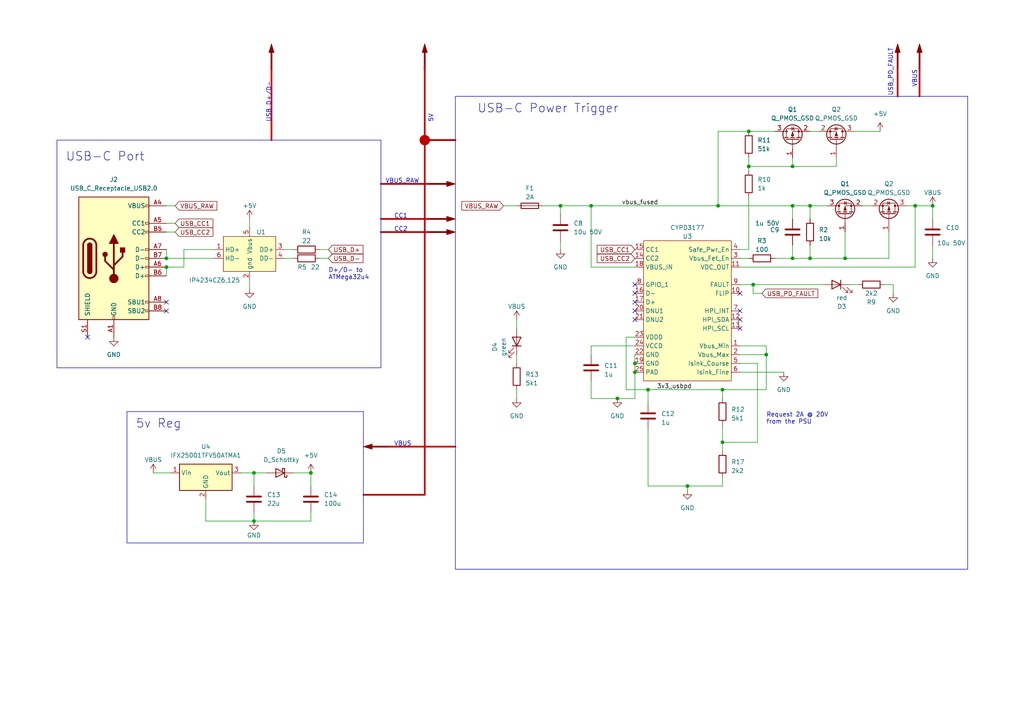
<source format=kicad_sch>
(kicad_sch (version 20230121) (generator eeschema)
  (paper "A4")
  (title_block (title "ExploSnake") (date "2023-11-15") (rev "r1.0") (company "Team 2"))
  (lib_symbols
    (symbol "Connector:USB_C_Receptacle_USB2.0" (pin_names (offset 1.016))
      (property "Reference" "J" (at -10.16 19.05 0))
      (property "Value" "USB_C_Receptacle_USB2.0" (at 19.05 19.05 0))
      (symbol "USB_C_Receptacle_USB2.0_0_0"
        (rectangle (start -0.254 -17.78) (end 0.254 -16.764))
        (rectangle (start 10.16 -14.986) (end 9.144 -15.494))
        (rectangle (start 10.16 -12.446) (end 9.144 -12.954))
        (rectangle (start 10.16 -4.826) (end 9.144 -5.334))
        (rectangle (start 10.16 -2.286) (end 9.144 -2.794))
        (rectangle (start 10.16 0.254) (end 9.144 -0.254))
        (rectangle (start 10.16 2.794) (end 9.144 2.286))
        (rectangle (start 10.16 7.874) (end 9.144 7.366))
        (rectangle (start 10.16 10.414) (end 9.144 9.906))
        (rectangle (start 10.16 15.494) (end 9.144 14.986))
      )
      (symbol "USB_C_Receptacle_USB2.0_0_1"
        (rectangle (start -10.16 17.78) (end 10.16 -17.78) (stroke (width 0.254)) (fill (type background)))
        (arc (start -8.89 -3.81) (mid -6.985 -5.7067) (end -5.08 -3.81) (stroke (width 0.508)))
        (arc (start -7.62 -3.81) (mid -6.985 -4.4423) (end -6.35 -3.81) (stroke (width 0.254)))
        (arc (start -7.62 -3.81) (mid -6.985 -4.4423) (end -6.35 -3.81) (stroke (width 0.254)) (fill (type outline)))
        (rectangle (start -7.62 -3.81) (end -6.35 3.81) (stroke (width 0.254)) (fill (type outline)))
        (arc (start -6.35 3.81) (mid -6.985 4.4423) (end -7.62 3.81) (stroke (width 0.254)))
        (arc (start -6.35 3.81) (mid -6.985 4.4423) (end -7.62 3.81) (stroke (width 0.254)) (fill (type outline)))
        (arc (start -5.08 3.81) (mid -6.985 5.7067) (end -8.89 3.81) (stroke (width 0.508)))
        (circle (center -2.54 1.143) (radius 0.635) (stroke (width 0.254)) (fill (type outline)))
        (circle (center 0 -5.842) (radius 1.27) (fill (type outline)))
        (polyline (pts (xy -8.89 -3.81) (xy -8.89 3.81)) (stroke (width 0.508)))
        (polyline (pts (xy -5.08 3.81) (xy -5.08 -3.81)) (stroke (width 0.508)))
        (polyline (pts (xy 0 -5.842) (xy 0 4.318)) (stroke (width 0.508)))
        (polyline (pts (xy 0 -3.302) (xy -2.54 -0.762) (xy -2.54 0.508)) (stroke (width 0.508)))
        (polyline (pts (xy 0 -2.032) (xy 2.54 0.508) (xy 2.54 1.778)) (stroke (width 0.508)))
        (polyline (pts (xy -1.27 4.318) (xy 0 6.858) (xy 1.27 4.318) (xy -1.27 4.318)) (stroke (width 0.254)) (fill (type outline)))
        (rectangle (start 1.905 1.778) (end 3.175 3.048) (stroke (width 0.254)) (fill (type outline)))
      )
      (symbol "USB_C_Receptacle_USB2.0_1_1"
        (pin passive line (at 0 -22.86 90) (length 5.08) (name "GND") (number "A1"))
        (pin passive line (at 0 -22.86 90) (length 5.08) hide (name "GND") (number "A12"))
        (pin passive line (at 15.24 15.24 180) (length 5.08) (name "VBUS") (number "A4"))
        (pin bidirectional line (at 15.24 10.16 180) (length 5.08) (name "CC1") (number "A5"))
        (pin bidirectional line (at 15.24 -2.54 180) (length 5.08) (name "D+") (number "A6"))
        (pin bidirectional line (at 15.24 2.54 180) (length 5.08) (name "D-") (number "A7"))
        (pin bidirectional line (at 15.24 -12.7 180) (length 5.08) (name "SBU1") (number "A8"))
        (pin passive line (at 15.24 15.24 180) (length 5.08) hide (name "VBUS") (number "A9"))
        (pin passive line (at 0 -22.86 90) (length 5.08) hide (name "GND") (number "B1"))
        (pin passive line (at 0 -22.86 90) (length 5.08) hide (name "GND") (number "B12"))
        (pin passive line (at 15.24 15.24 180) (length 5.08) hide (name "VBUS") (number "B4"))
        (pin bidirectional line (at 15.24 7.62 180) (length 5.08) (name "CC2") (number "B5"))
        (pin bidirectional line (at 15.24 -5.08 180) (length 5.08) (name "D+") (number "B6"))
        (pin bidirectional line (at 15.24 0 180) (length 5.08) (name "D-") (number "B7"))
        (pin bidirectional line (at 15.24 -15.24 180) (length 5.08) (name "SBU2") (number "B8"))
        (pin passive line (at 15.24 15.24 180) (length 5.08) hide (name "VBUS") (number "B9"))
        (pin passive line (at -7.62 -22.86 90) (length 5.08) (name "SHIELD") (number "S1"))
      )
    )
    (symbol "Device:C" (pin_numbers hide) (pin_names (offset 0.254))
      (property "Reference" "C" (at 0.635 2.54 0))
      (property "Value" "C" (at 0.635 -2.54 0))
      (symbol "C_0_1"
        (polyline (pts (xy -2.032 -0.762) (xy 2.032 -0.762)) (stroke (width 0.508)))
        (polyline (pts (xy -2.032 0.762) (xy 2.032 0.762)) (stroke (width 0.508)))
      )
      (symbol "C_1_1"
        (pin passive line (at 0 3.81 270) (length 2.794) (name "~") (number "1"))
        (pin passive line (at 0 -3.81 90) (length 2.794) (name "~") (number "2"))
      )
    )
    (symbol "Device:D_Schottky" (pin_numbers hide) (pin_names (offset 1.016) hide)
      (property "Reference" "D" (at 0 2.54 0))
      (property "Value" "D_Schottky" (at 0 -2.54 0))
      (symbol "D_Schottky_0_1"
        (polyline (pts (xy 1.27 0) (xy -1.27 0)))
        (polyline (pts (xy 1.27 1.27) (xy 1.27 -1.27) (xy -1.27 0) (xy 1.27 1.27)) (stroke (width 0.254)))
        (polyline (pts (xy -1.905 0.635) (xy -1.905 1.27) (xy -1.27 1.27) (xy -1.27 -1.27) (xy -0.635 -1.27) (xy -0.635 -0.635)) (stroke (width 0.254)))
      )
      (symbol "D_Schottky_1_1"
        (pin passive line (at -3.81 0 0) (length 2.54) (name "K") (number "1"))
        (pin passive line (at 3.81 0 180) (length 2.54) (name "A") (number "2"))
      )
    )
    (symbol "Device:Fuse" (pin_numbers hide) (pin_names (offset 0))
      (property "Reference" "F" (at 2.032 0 90))
      (property "Value" "Fuse" (at -1.905 0 90))
      (symbol "Fuse_0_1"
        (rectangle (start -0.762 -2.54) (end 0.762 2.54) (stroke (width 0.254)))
        (polyline (pts (xy 0 2.54) (xy 0 -2.54)))
      )
      (symbol "Fuse_1_1"
        (pin passive line (at 0 3.81 270) (length 1.27) (name "~") (number "1"))
        (pin passive line (at 0 -3.81 90) (length 1.27) (name "~") (number "2"))
      )
    )
    (symbol "Device:LED" (pin_numbers hide) (pin_names (offset 1.016) hide)
      (property "Reference" "D" (at 0 2.54 0))
      (property "Value" "LED" (at 0 -2.54 0))
      (symbol "LED_0_1"
        (polyline (pts (xy -1.27 -1.27) (xy -1.27 1.27)) (stroke (width 0.254)))
        (polyline (pts (xy -1.27 0) (xy 1.27 0)))
        (polyline (pts (xy 1.27 -1.27) (xy 1.27 1.27) (xy -1.27 0) (xy 1.27 -1.27)) (stroke (width 0.254)))
        (polyline (pts (xy -3.048 -0.762) (xy -4.572 -2.286) (xy -3.81 -2.286) (xy -4.572 -2.286) (xy -4.572 -1.524)))
        (polyline (pts (xy -1.778 -0.762) (xy -3.302 -2.286) (xy -2.54 -2.286) (xy -3.302 -2.286) (xy -3.302 -1.524)))
      )
      (symbol "LED_1_1"
        (pin passive line (at -3.81 0 0) (length 2.54) (name "K") (number "1"))
        (pin passive line (at 3.81 0 180) (length 2.54) (name "A") (number "2"))
      )
    )
    (symbol "Device:Q_PMOS_GSD" (pin_names (offset 0) hide)
      (property "Reference" "Q" (at 5.08 1.27 0))
      (property "Value" "Q_PMOS_GSD" (at 5.08 -1.27 0))
      (symbol "Q_PMOS_GSD_0_1"
        (polyline (pts (xy 0.254 0) (xy -2.54 0)))
        (polyline (pts (xy 0.254 1.905) (xy 0.254 -1.905)) (stroke (width 0.254)))
        (polyline (pts (xy 0.762 -1.27) (xy 0.762 -2.286)) (stroke (width 0.254)))
        (polyline (pts (xy 0.762 0.508) (xy 0.762 -0.508)) (stroke (width 0.254)))
        (polyline (pts (xy 0.762 2.286) (xy 0.762 1.27)) (stroke (width 0.254)))
        (polyline (pts (xy 2.54 2.54) (xy 2.54 1.778)))
        (polyline (pts (xy 2.54 -2.54) (xy 2.54 0) (xy 0.762 0)))
        (polyline (pts (xy 0.762 1.778) (xy 3.302 1.778) (xy 3.302 -1.778) (xy 0.762 -1.778)))
        (polyline (pts (xy 2.286 0) (xy 1.27 0.381) (xy 1.27 -0.381) (xy 2.286 0)) (fill (type outline)))
        (polyline (pts (xy 2.794 -0.508) (xy 2.921 -0.381) (xy 3.683 -0.381) (xy 3.81 -0.254)))
        (polyline (pts (xy 3.302 -0.381) (xy 2.921 0.254) (xy 3.683 0.254) (xy 3.302 -0.381)))
        (circle (center 1.651 0) (radius 2.794) (stroke (width 0.254)))
        (circle (center 2.54 -1.778) (radius 0.254) (fill (type outline)))
        (circle (center 2.54 1.778) (radius 0.254) (fill (type outline)))
      )
      (symbol "Q_PMOS_GSD_1_1"
        (pin input line (at -5.08 0 0) (length 2.54) (name "G") (number "1"))
        (pin passive line (at 2.54 -5.08 90) (length 2.54) (name "S") (number "2"))
        (pin passive line (at 2.54 5.08 270) (length 2.54) (name "D") (number "3"))
      )
    )
    (symbol "Device:R" (pin_numbers hide) (pin_names (offset 0))
      (property "Reference" "R" (at 2.032 0 90))
      (property "Value" "R" (at 0 0 90))
      (symbol "R_0_1"
        (rectangle (start -1.016 -2.54) (end 1.016 2.54) (stroke (width 0.254)))
      )
      (symbol "R_1_1"
        (pin passive line (at 0 3.81 270) (length 1.27) (name "~") (number "1"))
        (pin passive line (at 0 -3.81 90) (length 1.27) (name "~") (number "2"))
      )
    )
    (symbol "Graphic:SYM_Arrow_Large" (in_bom no) (on_board no)
      (symbol "SYM_Arrow_Large_0_1"
        (polyline (pts (xy 2.54 0) (xy -3.81 0)) (stroke (width 0.508)))
        (polyline (pts (xy 3.81 0) (xy 1.27 -0.762) (xy 1.27 0.762) (xy 3.81 0)) (fill (type outline)))
      )
    )
    (symbol "Regulator_Switching:TSR_1-2450"
      (property "Reference" "U" (at -7.62 6.35 0))
      (property "Value" "TSR_1-2450" (at -1.27 6.35 0))
      (symbol "TSR_1-2450_0_1"
        (rectangle (start -7.62 5.08) (end 7.62 -2.54) (stroke (width 0.254)) (fill (type background)))
      )
      (symbol "TSR_1-2450_1_1"
        (pin power_in line (at -10.16 2.54 0) (length 2.54) (name "Vin") (number "1"))
        (pin power_in line (at 0 -5.08 90) (length 2.54) (name "GND") (number "2"))
        (pin power_out line (at 10.16 2.54 180) (length 2.54) (name "Vout") (number "3"))
      )
    )
    (symbol "power:+5V" (power) (pin_names (offset 0))
      (property "Value" "+5V" (at 0 3.556 0))
      (symbol "+5V_0_1"
        (polyline (pts (xy -0.762 1.27) (xy 0 2.54)))
        (polyline (pts (xy 0 0) (xy 0 2.54)))
        (polyline (pts (xy 0 2.54) (xy 0.762 1.27)))
      )
      (symbol "+5V_1_1"
        (pin power_in line (at 0 0 90) (length 0) hide (name "+5V") (number "1"))
      )
    )
    (symbol "power:GND" (power) (pin_names (offset 0))
      (property "Value" "GND" (at 0 -3.81 0))
      (symbol "GND_0_1"
        (polyline (pts (xy 0 0) (xy 0 -1.27) (xy 1.27 -1.27) (xy 0 -2.54) (xy -1.27 -1.27) (xy 0 -1.27)))
      )
      (symbol "GND_1_1"
        (pin power_in line (at 0 0 270) (length 0) hide (name "GND") (number "1"))
      )
    )
    (symbol "power:VBUS" (power) (pin_names (offset 0))
      (property "Value" "VBUS" (at 0 3.81 0))
      (symbol "VBUS_0_1"
        (polyline (pts (xy -0.762 1.27) (xy 0 2.54)))
        (polyline (pts (xy 0 0) (xy 0 2.54)))
        (polyline (pts (xy 0 2.54) (xy 0.762 1.27)))
      )
      (symbol "VBUS_1_1"
        (pin power_in line (at 0 0 90) (length 0) hide (name "VBUS") (number "1"))
      )
    )
    (symbol "ruler:ip4234cz6"
      (property "Reference" "U" (at -6.35 6.35 0))
      (symbol "ip4234cz6_1_1"
        (rectangle (start -7.62 5.08) (end 7.62 -5.08) (fill (type background)))
        (pin input line (at -10.16 1.27 0) (length 2.54) (name "HD+") (number "1"))
        (pin input line (at 0 -7.62 90) (length 2.54) (name "gnd") (number "2"))
        (pin input line (at 10.16 1.27 180) (length 2.54) (name "DD+") (number "3"))
        (pin input line (at 10.16 -1.27 180) (length 2.54) (name "DD-") (number "4"))
        (pin input line (at 0 7.62 270) (length 2.54) (name "Vbus") (number "5"))
        (pin input line (at -10.16 -1.27 0) (length 2.54) (name "HD-") (number "6"))
      )
    )
    (symbol "usb-breadboard:CYPD3177"
      (property "Reference" "U" (at 0 20.32 0))
      (symbol "CYPD3177_1_1"
        (rectangle (start -12.7 19.05) (end 12.7 -21.59) (fill (type background)))
        (pin input line (at 15.24 -11.43 180) (length 2.54) (name "Vbus_Min") (number "1"))
        (pin input line (at 15.24 3.81 180) (length 2.54) (name "FLIP") (number "10"))
        (pin input line (at 15.24 11.43 180) (length 2.54) (name "VDC_OUT") (number "11"))
        (pin input line (at 15.24 -3.81 180) (length 2.54) (name "HPI_SDA") (number "12"))
        (pin input line (at 15.24 -6.35 180) (length 2.54) (name "HPI_SCL") (number "13"))
        (pin input line (at -15.24 13.97 0) (length 2.54) (name "CC2") (number "14"))
        (pin input line (at -15.24 16.51 0) (length 2.54) (name "CC1") (number "15"))
        (pin input line (at -15.24 3.81 0) (length 2.54) (name "D-") (number "16"))
        (pin input line (at -15.24 1.27 0) (length 2.54) (name "D+") (number "17"))
        (pin input line (at -15.24 11.43 0) (length 2.54) (name "VBUS_IN") (number "18"))
        (pin input line (at -15.24 -16.51 0) (length 2.54) (name "GND") (number "19"))
        (pin input line (at 15.24 -13.97 180) (length 2.54) (name "Vbus_Max") (number "2"))
        (pin input line (at -15.24 -1.27 0) (length 2.54) (name "DNU1") (number "20"))
        (pin input line (at -15.24 -3.81 0) (length 2.54) (name "DNU2") (number "21"))
        (pin input line (at -15.24 -13.97 0) (length 2.54) (name "GND") (number "22"))
        (pin input line (at -15.24 -8.89 0) (length 2.54) (name "VDDD") (number "23"))
        (pin input line (at -15.24 -11.43 0) (length 2.54) (name "VCCD") (number "24"))
        (pin input line (at -15.24 -19.05 0) (length 2.54) (name "PAD") (number "25"))
        (pin input line (at 15.24 13.97 180) (length 2.54) (name "Vbus_Fet_En") (number "3"))
        (pin input line (at 15.24 16.51 180) (length 2.54) (name "Safe_Pwr_En") (number "4"))
        (pin input line (at 15.24 -16.51 180) (length 2.54) (name "Isink_Course") (number "5"))
        (pin input line (at 15.24 -19.05 180) (length 2.54) (name "Isink_Fine") (number "6"))
        (pin input line (at 15.24 -1.27 180) (length 2.54) (name "HPI_INT") (number "7"))
        (pin input line (at -15.24 6.35 0) (length 2.54) (name "GPIO_1") (number "8"))
        (pin input line (at 15.24 6.35 180) (length 2.54) (name "FAULT") (number "9"))
      )
    )
  )
  (junction (at 222.25 102.87))
  (junction (at 90.17 137.16))
  (junction (at 217.17 38.1))
  (junction (at 229.87 74.93))
  (junction (at 265.43 59.69))
  (junction (at 73.66 151.13))
  (junction (at 171.45 59.69))
  (junction (at 184.15 105.41))
  (junction (at 48.26 74.93))
  (junction (at 48.26 77.47))
  (junction (at 217.17 48.26))
  (junction (at 229.87 48.26))
  (junction (at 218.44 82.55))
  (junction (at 162.56 59.69))
  (junction (at 229.87 59.69))
  (junction (at 209.55 113.03))
  (junction (at 73.66 137.16))
  (junction (at 199.39 140.97))
  (junction (at 270.51 59.69))
  (junction (at 208.28 59.69))
  (junction (at 234.95 74.93))
  (junction (at 234.95 59.69))
  (junction (at 209.55 128.27))
  (junction (at 187.96 113.03))
  (junction (at 245.11 74.93))
  (junction (at 184.15 107.95))
  (junction (at 179.07 115.57))
  (no_connect (at 25.4 97.79))
  (no_connect (at 48.26 87.63))
  (no_connect (at 184.15 85.09))
  (no_connect (at 184.15 92.71))
  (no_connect (at 214.63 92.71))
  (no_connect (at 184.15 87.63))
  (no_connect (at 214.63 90.17))
  (no_connect (at 214.63 95.25))
  (no_connect (at 184.15 82.55))
  (no_connect (at 184.15 90.17))
  (no_connect (at 48.26 90.17))
  (no_connect (at 214.63 85.09))
  (wire (pts (xy 214.63 77.47) (xy 265.43 77.47)))
  (wire (pts (xy 162.56 59.69) (xy 162.56 62.23)))
  (wire (pts (xy 49.53 137.16) (xy 44.45 137.16)))
  (wire (pts (xy 208.28 38.1) (xy 208.28 59.69)))
  (wire (pts (xy 187.96 113.03) (xy 187.96 116.84)))
  (wire (pts (xy 53.34 72.39) (xy 53.34 77.47)))
  (wire (pts (xy 256.54 82.55) (xy 259.08 82.55)))
  (wire (pts (xy 179.07 115.57) (xy 171.45 115.57)))
  (wire (pts (xy 92.71 74.93) (xy 95.25 74.93)))
  (wire (pts (xy 181.61 113.03) (xy 181.61 97.79)))
  (wire (pts (xy 82.55 72.39) (xy 85.09 72.39)))
  (wire (pts (xy 171.45 110.49) (xy 171.45 115.57)))
  (wire (pts (xy 217.17 48.26) (xy 229.87 48.26)))
  (wire (pts (xy 265.43 59.69) (xy 262.89 59.69)))
  (wire (pts (xy 217.17 38.1) (xy 208.28 38.1)))
  (wire (pts (xy 229.87 59.69) (xy 234.95 59.69)))
  (wire (pts (xy 245.11 67.31) (xy 245.11 74.93)))
  (wire (pts (xy 229.87 48.26) (xy 242.57 48.26)))
  (wire (pts (xy 229.87 74.93) (xy 234.95 74.93)))
  (wire (pts (xy 162.56 59.69) (xy 171.45 59.69)))
  (wire (pts (xy 247.65 38.1) (xy 255.27 38.1)))
  (wire (pts (xy 214.63 82.55) (xy 218.44 82.55)))
  (wire (pts (xy 73.66 137.16) (xy 73.66 140.97)))
  (wire (pts (xy 48.26 80.01) (xy 48.26 77.47)))
  (wire (pts (xy 171.45 100.33) (xy 171.45 102.87)))
  (wire (pts (xy 171.45 77.47) (xy 171.45 59.69)))
  (wire (pts (xy 157.48 59.69) (xy 162.56 59.69)))
  (wire (pts (xy 224.79 38.1) (xy 217.17 38.1)))
  (wire (pts (xy 257.81 67.31) (xy 257.81 74.93)))
  (wire (pts (xy 48.26 74.93) (xy 62.23 74.93)))
  (wire (pts (xy 90.17 140.97) (xy 90.17 137.16)))
  (wire (pts (xy 73.66 151.13) (xy 90.17 151.13)))
  (wire (pts (xy 229.87 59.69) (xy 229.87 63.5)))
  (wire (pts (xy 209.55 140.97) (xy 209.55 138.43)))
  (wire (pts (xy 209.55 123.19) (xy 209.55 128.27)))
  (wire (pts (xy 199.39 140.97) (xy 209.55 140.97)))
  (wire (pts (xy 69.85 137.16) (xy 73.66 137.16)))
  (wire (pts (xy 48.26 59.69) (xy 50.8 59.69)))
  (polyline (pts (xy 132.08 129.54) (xy 113.03 129.54)) (stroke (width 0.5) (type solid) (color 192 0 0 1)))
  (polyline (pts (xy 110.49 67.31) (xy 124.46 67.31)) (stroke (width 0.5) (type solid) (color 192 0 0 1)))
  (wire (pts (xy 184.15 77.47) (xy 171.45 77.47)))
  (wire (pts (xy 92.71 72.39) (xy 95.25 72.39)))
  (wire (pts (xy 209.55 130.81) (xy 209.55 128.27)))
  (wire (pts (xy 242.57 48.26) (xy 242.57 45.72)))
  (wire (pts (xy 246.38 82.55) (xy 248.92 82.55)))
  (wire (pts (xy 217.17 72.39) (xy 217.17 57.15)))
  (wire (pts (xy 219.71 105.41) (xy 214.63 105.41)))
  (wire (pts (xy 218.44 82.55) (xy 218.44 85.09)))
  (wire (pts (xy 73.66 137.16) (xy 77.47 137.16)))
  (wire (pts (xy 179.07 115.57) (xy 184.15 115.57)))
  (wire (pts (xy 265.43 59.69) (xy 270.51 59.69)))
  (wire (pts (xy 219.71 128.27) (xy 219.71 105.41)))
  (wire (pts (xy 184.15 105.41) (xy 184.15 107.95)))
  (wire (pts (xy 149.86 113.03) (xy 149.86 115.57)))
  (wire (pts (xy 48.26 67.31) (xy 50.8 67.31)))
  (polyline (pts (xy 260.35 27.94) (xy 260.35 20.32)) (stroke (width 0.5) (type solid) (color 192 0 0 1)))
  (wire (pts (xy 171.45 59.69) (xy 208.28 59.69)))
  (polyline (pts (xy 266.7 27.94) (xy 266.7 20.32)) (stroke (width 0.5) (type solid) (color 192 0 0 1)))
  (wire (pts (xy 234.95 74.93) (xy 245.11 74.93)))
  (wire (pts (xy 209.55 113.03) (xy 222.25 113.03)))
  (wire (pts (xy 222.25 102.87) (xy 222.25 113.03)))
  (polyline (pts (xy 110.49 63.5) (xy 124.46 63.5)) (stroke (width 0.5) (type solid) (color 192 0 0 1)))
  (wire (pts (xy 234.95 71.12) (xy 234.95 74.93)))
  (wire (pts (xy 184.15 102.87) (xy 184.15 105.41)))
  (wire (pts (xy 217.17 49.53) (xy 217.17 48.26)))
  (wire (pts (xy 229.87 71.12) (xy 229.87 74.93)))
  (wire (pts (xy 162.56 69.85) (xy 162.56 72.39)))
  (wire (pts (xy 199.39 140.97) (xy 199.39 142.24)))
  (wire (pts (xy 90.17 137.16) (xy 85.09 137.16)))
  (wire (pts (xy 187.96 140.97) (xy 199.39 140.97)))
  (polyline (pts (xy 123.19 40.64) (xy 132.08 40.64)) (stroke (width 0.5) (type solid) (color 192 0 0 1)))
  (wire (pts (xy 62.23 72.39) (xy 53.34 72.39)))
  (wire (pts (xy 187.96 113.03) (xy 181.61 113.03)))
  (wire (pts (xy 270.51 59.69) (xy 270.51 63.5)))
  (wire (pts (xy 48.26 64.77) (xy 50.8 64.77)))
  (wire (pts (xy 73.66 148.59) (xy 73.66 151.13)))
  (wire (pts (xy 252.73 59.69) (xy 250.19 59.69)))
  (wire (pts (xy 218.44 82.55) (xy 238.76 82.55)))
  (wire (pts (xy 187.96 113.03) (xy 209.55 113.03)))
  (polyline (pts (xy 78.74 40.64) (xy 78.74 20.32)) (stroke (width 0.5) (type solid) (color 192 0 0 1)))
  (wire (pts (xy 270.51 71.12) (xy 270.51 74.93)))
  (wire (pts (xy 229.87 48.26) (xy 229.87 45.72)))
  (wire (pts (xy 227.33 107.95) (xy 214.63 107.95)))
  (wire (pts (xy 72.39 81.28) (xy 72.39 83.82)))
  (wire (pts (xy 184.15 100.33) (xy 171.45 100.33)))
  (wire (pts (xy 234.95 59.69) (xy 234.95 63.5)))
  (wire (pts (xy 259.08 82.55) (xy 259.08 85.09)))
  (polyline (pts (xy 110.49 53.34) (xy 124.46 53.34)) (stroke (width 0.5) (type solid) (color 192 0 0 1)))
  (wire (pts (xy 90.17 151.13) (xy 90.17 148.59)))
  (wire (pts (xy 245.11 74.93) (xy 257.81 74.93)))
  (wire (pts (xy 209.55 128.27) (xy 219.71 128.27)))
  (wire (pts (xy 234.95 59.69) (xy 240.03 59.69)))
  (wire (pts (xy 181.61 97.79) (xy 184.15 97.79)))
  (wire (pts (xy 214.63 100.33) (xy 222.25 100.33)))
  (wire (pts (xy 146.05 59.69) (xy 149.86 59.69)))
  (wire (pts (xy 72.39 63.5) (xy 72.39 66.04)))
  (wire (pts (xy 187.96 124.46) (xy 187.96 140.97)))
  (wire (pts (xy 149.86 92.71) (xy 149.86 95.25)))
  (wire (pts (xy 209.55 113.03) (xy 209.55 115.57)))
  (wire (pts (xy 208.28 59.69) (xy 229.87 59.69)))
  (wire (pts (xy 217.17 48.26) (xy 217.17 45.72)))
  (wire (pts (xy 265.43 59.69) (xy 265.43 77.47)))
  (polyline (pts (xy 105.41 143.51) (xy 123.19 143.51)) (stroke (width 0.5) (type solid) (color 192 0 0 1)))
  (wire (pts (xy 82.55 74.93) (xy 85.09 74.93)))
  (wire (pts (xy 224.79 74.93) (xy 229.87 74.93)))
  (polyline (pts (xy 123.19 40.64) (xy 132.08 40.64)) (stroke (width 0.5) (type solid) (color 192 0 0 1)))
  (wire (pts (xy 222.25 100.33) (xy 222.25 102.87)))
  (wire (pts (xy 234.95 38.1) (xy 237.49 38.1)))
  (wire (pts (xy 59.69 151.13) (xy 59.69 144.78)))
  (wire (pts (xy 149.86 102.87) (xy 149.86 105.41)))
  (wire (pts (xy 184.15 107.95) (xy 184.15 115.57)))
  (wire (pts (xy 214.63 72.39) (xy 217.17 72.39)))
  (wire (pts (xy 214.63 102.87) (xy 222.25 102.87)))
  (wire (pts (xy 59.69 151.13) (xy 73.66 151.13)))
  (wire (pts (xy 218.44 85.09) (xy 220.98 85.09)))
  (wire (pts (xy 48.26 72.39) (xy 48.26 74.93)))
  (wire (pts (xy 214.63 74.93) (xy 217.17 74.93)))
  (polyline (pts (xy 123.19 143.51) (xy 123.19 19.05)) (stroke (width 0.5) (type solid) (color 192 0 0 1)))
  (wire (pts (xy 53.34 77.47) (xy 48.26 77.47)))
  (rectangle (start 36.83 119.38) (end 105.41 157.48))
  (circle (center 123.19 40.64) (radius 0.0001) (stroke (width 1.5) (color 192 0 0 1)) (fill (type color) (color 192 0 0 1)))
  (rectangle (start 16.51 40.64) (end 110.49 106.68))
  (rectangle (start 132.08 27.94) (end 280.67 165.1))
  (text "Request 2A @ 20V\nfrom the PSU" (at 222.25 123.19 0) (effects (font (size 1.27 1.27)) (justify left bottom)))
  (text "USB D+/D-" (at 78.74 35.56 90) (effects (font (size 1.27 1.27)) (justify left bottom)))
  (text "VBUS_RAW" (at 111.76 53.34 0) (effects (font (size 1.27 1.27)) (justify left bottom)))
  (text "VBUS" (at 119.38 129.54 0) (effects (font (size 1.27 1.27)) (justify right bottom)))
  (text "VBUS" (at 266.065 25.4 90) (effects (font (size 1.27 1.27)) (justify left bottom)))
  (text "D+/D- to\nATMega32u4" (at 95.25 81.28 0) (effects (font (size 1.27 1.27)) (justify left bottom)))
  (text "5v Reg" (at 39.37 124.46 0) (effects (font (size 2.5 2.5)) (justify left bottom)))
  (text "CC2" (at 114.3 67.31 0) (effects (font (size 1.27 1.27)) (justify left bottom)))
  (text "USB-C Power Trigger" (at 138.43 33.02 0) (effects (font (size 2.5 2.5)) (justify left bottom)))
  (text "5V" (at 125.73 35.56 90) (effects (font (size 1.27 1.27)) (justify left bottom)))
  (text "USB-C Port" (at 19.05 46.99 0) (effects (font (size 2.5 2.5)) (justify left bottom)))
  (text "USB_PD_FAULT" (at 259.08 27.94 90) (effects (font (size 1.27 1.27)) (justify left bottom)))
  (text "CC1" (at 114.3 63.5 0) (effects (font (size 1.27 1.27)) (justify left bottom)))
  (label "vbus_fused" (at 180.34 59.69 0))
  (label "3v3_usbpd" (at 190.5 113.03 0))
  (global_label "VBUS_RAW" (shape input) (at 146.05 59.69 180) (property "Intersheetrefs" "${INTERSHEET_REFS}" (effects hide)))
  (global_label "USB_D+" (shape input) (at 95.25 72.39 0) (property "Intersheetrefs" "${INTERSHEET_REFS}" (effects hide)))
  (global_label "VBUS_RAW" (shape input) (at 50.8 59.69 0) (property "Intersheetrefs" "${INTERSHEET_REFS}" (effects hide)))
  (global_label "USB_D-" (shape input) (at 95.25 74.93 0) (property "Intersheetrefs" "${INTERSHEET_REFS}" (effects hide)))
  (global_label "USB_CC2" (shape input) (at 50.8 67.31 0) (property "Intersheetrefs" "${INTERSHEET_REFS}" (effects hide)))
  (global_label "USB_CC2" (shape input) (at 184.15 74.93 180) (property "Intersheetrefs" "${INTERSHEET_REFS}" (effects hide)))
  (global_label "USB_CC1" (shape input) (at 50.8 64.77 0) (property "Intersheetrefs" "${INTERSHEET_REFS}" (effects hide)))
  (global_label "USB_PD_FAULT" (shape input) (at 220.98 85.09 0) (property "Intersheetrefs" "${INTERSHEET_REFS}" (effects hide)))
  (global_label "USB_CC1" (shape input) (at 184.15 72.39 180) (property "Intersheetrefs" "${INTERSHEET_REFS}" (effects hide)))
  (symbol (lib_id "Device:Q_PMOS_GSD") (at 229.87 40.64 90) (unit 1)
    (property "Reference" "Q1" (at 229.87 31.75 90))
    (property "Value" "Q_PMOS_GSD" (at 229.87 34.29 90))
    (property "Footprint" "Package_TO_SOT_SMD:SOT-23-3" (effects hide))
    (property "DPN" "DMP3099L-7DICT-ND" (effects hide))
    (property "MPN" "DMP3099L-7" (effects hide))
    (instances (project "es-board" (path "" (reference "Q1") (unit 1)) (path "" (reference "Q1") (unit 1)) (path "" (reference "Q3") (unit 1))) (project "usb-breadboard-power" (path "" (reference "Q1") (unit 1))))
  )
  (symbol (lib_id "Graphic:SYM_Arrow_Large") (at 128.27 67.31 0) (unit 1) (in_bom no) (on_board no)
    (property "Reference" "#SYM1" (effects hide))
    (property "Value" "SYM_Arrow_Large" (effects hide))
    (property "Sim.Enable" "0" (effects hide))
    (instances (project "es-board" (path "" (reference "#SYM1") (unit 1)) (path "" (reference "#SYM11") (unit 1))))
  )
  (symbol (lib_id "Graphic:SYM_Arrow_Large") (at 128.27 63.5 0) (unit 1) (in_bom no) (on_board no)
    (property "Reference" "#SYM1" (effects hide))
    (property "Value" "SYM_Arrow_Large" (effects hide))
    (property "Sim.Enable" "0" (effects hide))
    (instances (project "es-board" (path "" (reference "#SYM1") (unit 1)) (path "" (reference "#SYM10") (unit 1))))
  )
  (symbol (lib_id "Regulator_Switching:TSR_1-2450") (at 59.69 139.7 0) (unit 1)
    (property "Reference" "U4" (at 59.69 129.54 0))
    (property "Value" "IFX25001TFV50ATMA1" (at 59.69 132.08 0))
    (property "Footprint" "Package_TO_SOT_SMD:TO-252-3_TabPin2" (effects hide))
    (property "Datasheet" "https://www.infineon.com/dgdl/Infineon-IFX25001-DS-v01_10-EN.pdf?fileId=5546d46269e1c019016ab652474f55d9" (effects hide))
    (property "DPN" "IFX25001TFV50ATMA1CT-ND" (effects hide))
    (property "MPN" "IFX25001TFV50ATMA1" (effects hide))
  )
  (symbol (lib_id "Device:Fuse") (at 153.67 59.69 90) (unit 1)
    (property "Reference" "F1" (at 153.67 54.61 90))
    (property "Value" "2A" (at 153.67 57.15 90))
    (property "Footprint" "Fuse:Fuse_1812_4532Metric" (effects hide))
    (property "DPN" "F3486CT-ND" (effects hide))
    (property "MPN" "1812L110/33MR" (effects hide))
  )
  (symbol (lib_id "Graphic:SYM_Arrow_Large") (at 109.22 129.54 180) (unit 1) (in_bom no) (on_board no)
    (property "Reference" "#SYM1" (effects hide))
    (property "Value" "SYM_Arrow_Large" (effects hide))
    (property "Sim.Enable" "0" (effects hide))
    (instances (project "es-board" (path "" (reference "#SYM1") (unit 1)) (path "" (reference "#SYM18") (unit 1))))
  )
  (symbol (lib_id "power:+5V") (at 255.27 38.1 0) (unit 1)
    (property "Reference" "#PWR06" (effects hide))
    (property "Value" "+5V" (at 255.27 33.02 0))
  )
  (symbol (lib_id "Device:R") (at 88.9 74.93 270) (unit 1)
    (property "Reference" "R5" (at 87.63 77.47 90))
    (property "Value" "22" (at 91.44 77.47 90))
    (property "Footprint" "Resistor_SMD:R_1206_3216Metric" (effects hide))
    (property "DPN" "RMCF1206JT22R0CT-ND" (effects hide))
    (property "MPN" "RMCF1206JT22R0" (effects hide))
    (instances (project "es-board" (path "" (reference "R5") (unit 1)) (path "" (reference "R9") (unit 1)) (path "" (reference "R9") (unit 1))) (project "arduino-ruler" (path "" (reference "R7") (unit 1))))
  )
  (symbol (lib_id "Device:R") (at 220.98 74.93 90) (unit 1)
    (property "Reference" "R3" (at 220.98 69.85 90))
    (property "Value" "100" (at 220.98 72.39 90))
    (property "Footprint" "Resistor_SMD:R_1206_3216Metric" (effects hide))
    (property "DPN" "RMCF1206JT100RCT-ND" (effects hide))
    (property "MPN" "RMCF1206JT100R" (effects hide))
    (instances (project "es-board" (path "" (reference "R3") (unit 1)) (path "" (reference "R3") (unit 1)) (path "" (reference "R3") (unit 1))) (project "usb-breadboard-power" (path "" (reference "R2") (unit 1))))
  )
  (symbol (lib_id "power:+5V") (at 72.39 63.5 0) (unit 1)
    (property "Reference" "#PWR06" (effects hide))
    (property "Value" "+5V" (at 72.39 59.69 0))
    (instances (project "es-board" (path "" (reference "#PWR06") (unit 1)) (path "" (reference "#PWR013") (unit 1)) (path "" (reference "#PWR013") (unit 1))) (project "arduino-ruler" (path "" (reference "#PWR013") (unit 1))))
  )
  (symbol (lib_id "power:GND") (at 72.39 83.82 0) (unit 1)
    (property "Reference" "#PWR08" (effects hide))
    (property "Value" "GND" (at 72.39 88.9 0))
    (instances (project "es-board" (path "" (reference "#PWR08") (unit 1)) (path "" (reference "#PWR019") (unit 1)) (path "" (reference "#PWR019") (unit 1))) (project "arduino-ruler" (path "" (reference "#PWR014") (unit 1))))
  )
  (symbol (lib_id "Device:R") (at 88.9 72.39 90) (unit 1)
    (property "Reference" "R4" (at 88.9 67.31 90))
    (property "Value" "22" (at 88.9 69.85 90))
    (property "Footprint" "Resistor_SMD:R_1206_3216Metric" (effects hide))
    (property "DPN" "RMCF1206JT22R0CT-ND" (effects hide))
    (property "MPN" "RMCF1206JT22R0" (effects hide))
    (instances (project "es-board" (path "" (reference "R4") (unit 1)) (path "" (reference "R5") (unit 1)) (path "" (reference "R5") (unit 1))) (project "arduino-ruler" (path "" (reference "R6") (unit 1))))
  )
  (symbol (lib_id "power:GND") (at 149.86 115.57 0) (unit 1)
    (property "Reference" "#PWR023" (effects hide))
    (property "Value" "GND" (at 149.86 120.65 0))
    (instances (project "es-board" (path "" (reference "#PWR023") (unit 1)) (path "" (reference "#PWR023") (unit 1)) (path "" (reference "#PWR023") (unit 1))) (project "usb-breadboard-power" (path "" (reference "#PWR0114") (unit 1))))
  )
  (symbol (lib_id "Graphic:SYM_Arrow_Large") (at 128.27 53.34 0) (unit 1) (in_bom no) (on_board no)
    (property "Reference" "#SYM1" (effects hide))
    (property "Value" "SYM_Arrow_Large" (effects hide))
    (property "Sim.Enable" "0" (effects hide))
    (instances (project "es-board" (path "" (reference "#SYM1") (unit 1)) (path "" (reference "#SYM9") (unit 1))))
  )
  (symbol (lib_id "Device:R") (at 209.55 119.38 0) (unit 1)
    (property "Reference" "R12" (at 212.09 118.745 0) (effects (justify left)))
    (property "Value" "5k1" (at 212.09 121.285 0) (effects (justify left)))
    (property "Footprint" "Resistor_SMD:R_1206_3216Metric" (effects hide))
    (property "DPN" "RMCF1206JT5K10CT-ND" (effects hide))
    (property "MPN" "RMCF1206JT5K10" (effects hide))
    (instances (project "es-board" (path "" (reference "R12") (unit 1)) (path "" (reference "R12") (unit 1)) (path "" (reference "R12") (unit 1))) (project "usb-breadboard-power" (path "" (reference "R6") (unit 1))))
  )
  (symbol (lib_id "ruler:ip4234cz6") (at 72.39 73.66 0) (unit 1)
    (property "Reference" "U1" (at 74.3459 67.31 0) (effects (justify left)))
    (property "Value" "IP4234CZ6,125" (at 62.23 81.28 0))
    (property "Footprint" "Package_SO:TSOP-6_1.65x3.05mm_P0.95mm" (effects hide))
    (property "DPN" "1727-4717-1-ND" (effects hide))
    (property "MPN" "IP4234CZ6,125" (effects hide))
    (instances (project "es-board" (path "" (reference "U1") (unit 1)) (path "" (reference "U3") (unit 1)) (path "" (reference "U3") (unit 1))) (project "arduino-ruler" (path "" (reference "U2") (unit 1))))
  )
  (symbol (lib_id "power:GND") (at 270.51 74.93 0) (unit 1)
    (property "Reference" "#PWR018" (effects hide))
    (property "Value" "GND" (at 270.51 80.01 0))
    (instances (project "es-board" (path "" (reference "#PWR018") (unit 1)) (path "" (reference "#PWR08") (unit 1)) (path "" (reference "#PWR08") (unit 1))) (project "usb-breadboard-power" (path "" (reference "#PWR0105") (unit 1))))
  )
  (symbol (lib_id "Device:R") (at 217.17 41.91 0) (unit 1)
    (property "Reference" "R11" (at 219.71 40.64 0) (effects (justify left)))
    (property "Value" "51k" (at 219.71 43.18 0) (effects (justify left)))
    (property "Footprint" "Resistor_SMD:R_1206_3216Metric" (effects hide))
    (property "DPN" "RMCF1206JT51K0CT-ND" (effects hide))
    (property "MPN" "RMCF1206JT51K0" (effects hide))
  )
  (symbol (lib_id "power:VBUS") (at 149.86 92.71 0) (unit 1)
    (property "Reference" "#PWR021" (effects hide))
    (property "Value" "VBUS" (at 149.86 88.9 0))
    (instances (project "es-board" (path "" (reference "#PWR021") (unit 1)) (path "" (reference "#PWR020") (unit 1)) (path "" (reference "#PWR020") (unit 1))) (project "usb-breadboard-power" (path "" (reference "#PWR0111") (unit 1))))
  )
  (symbol (lib_id "Device:D_Schottky") (at 81.28 137.16 180) (unit 1)
    (property "Reference" "D5" (at 81.5975 130.81 0))
    (property "Value" "D_Schottky" (at 81.5975 133.35 0))
    (property "Footprint" "Diode_SMD:D_1206_3216Metric" (effects hide))
    (property "DPN" "478-7809-1-ND" (effects hide))
    (property "MPN" "SD1206T040S1R0" (effects hide))
  )
  (symbol (lib_id "power:VBUS") (at 44.45 137.16 0) (unit 1)
    (property "Reference" "#PWR017" (effects hide))
    (property "Value" "VBUS" (at 44.45 133.35 0))
    (instances (project "es-board" (path "" (reference "#PWR017") (unit 1)) (path "" (reference "#PWR03") (unit 1)) (path "" (reference "#PWR027") (unit 1))) (project "usb-breadboard-power" (path "" (reference "#PWR0104") (unit 1))))
  )
  (symbol (lib_id "Device:C") (at 270.51 67.31 0) (unit 1)
    (property "Reference" "C10" (at 274.32 66.04 0) (effects (justify left)))
    (property "Value" "10u 50V" (at 271.78 70.485 0) (effects (justify left)))
    (property "Footprint" "Capacitor_SMD:C_1206_3216Metric" (effects hide))
    (property "DPN" "1276-6736-1-ND" (effects hide))
    (property "MPN" "CL31A106MBHNNNE" (effects hide))
    (instances (project "es-board" (path "" (reference "C10") (unit 1)) (path "" (reference "C10") (unit 1)) (path "" (reference "C10") (unit 1))) (project "usb-breadboard-power" (path "" (reference "C3") (unit 1))))
  )
  (symbol (lib_id "Graphic:SYM_Arrow_Large") (at 78.74 16.51 90) (unit 1) (in_bom no) (on_board no)
    (property "Reference" "#SYM1" (effects hide))
    (property "Value" "SYM_Arrow_Large" (effects hide))
    (property "Sim.Enable" "0" (effects hide))
    (instances (project "es-board" (path "" (reference "#SYM1") (unit 1)) (path "" (reference "#SYM12") (unit 1))))
  )
  (symbol (lib_id "power:GND") (at 179.07 115.57 0) (unit 1)
    (property "Reference" "#PWR022" (effects hide))
    (property "Value" "GND" (at 179.07 120.65 0))
    (instances (project "es-board" (path "" (reference "#PWR022") (unit 1)) (path "" (reference "#PWR022") (unit 1)) (path "" (reference "#PWR022") (unit 1))) (project "usb-breadboard-power" (path "" (reference "#PWR0113") (unit 1))))
  )
  (symbol (lib_id "Device:R") (at 209.55 134.62 0) (unit 1)
    (property "Reference" "R17" (at 212.09 133.985 0) (effects (justify left)))
    (property "Value" "2k2" (at 212.09 136.525 0) (effects (justify left)))
    (property "Footprint" "Resistor_SMD:R_1206_3216Metric" (effects hide))
    (property "DPN" "RMCF1206JT2K20CT-ND" (effects hide))
    (property "MPN" "RMCF1206JT2K20" (effects hide))
    (instances (project "es-board" (path "" (reference "R17") (unit 1)) (path "" (reference "R17") (unit 1)) (path "" (reference "R17") (unit 1))) (project "usb-breadboard-power" (path "" (reference "R7") (unit 1))))
  )
  (symbol (lib_id "Device:Q_PMOS_GSD") (at 242.57 40.64 270) (mirror x) (unit 1)
    (property "Reference" "Q2" (at 242.57 31.75 90))
    (property "Value" "Q_PMOS_GSD" (at 242.57 34.29 90))
    (property "Footprint" "Package_TO_SOT_SMD:SOT-23-3" (effects hide))
    (property "DPN" "DMP3099L-7DICT-ND" (effects hide))
    (property "MPN" "DMP3099L-7" (effects hide))
    (instances (project "es-board" (path "" (reference "Q2") (unit 1)) (path "" (reference "Q2") (unit 1)) (path "" (reference "Q4") (unit 1))) (project "usb-breadboard-power" (path "" (reference "Q2") (unit 1))))
  )
  (symbol (lib_id "Device:C") (at 187.96 120.65 0) (unit 1)
    (property "Reference" "C12" (at 191.77 120.015 0) (effects (justify left)))
    (property "Value" "1u" (at 191.77 122.555 0) (effects (justify left)))
    (property "Footprint" "Capacitor_SMD:C_1206_3216Metric" (effects hide))
    (property "DPN" "1276-3091-1-ND" (effects hide))
    (property "MPN" "CL31B105KBHNFNE" (effects hide))
    (instances (project "es-board" (path "" (reference "C12") (unit 1)) (path "" (reference "C12") (unit 1)) (path "" (reference "C12") (unit 1))) (project "usb-breadboard-power" (path "" (reference "C5") (unit 1))))
  )
  (symbol (lib_id "Device:LED") (at 149.86 99.06 270) (mirror x) (unit 1)
    (property "Reference" "D4" (at 143.51 100.6475 0))
    (property "Value" "green" (at 146.05 100.6475 0))
    (property "Footprint" "LED_SMD:LED_1206_3216Metric" (effects hide))
    (property "DPN" "160-1169-1-ND" (effects hide))
    (property "MPN" "LTST-C150GKT" (effects hide))
    (instances (project "es-board" (path "" (reference "D4") (unit 1)) (path "" (reference "D4") (unit 1)) (path "" (reference "D4") (unit 1))) (project "usb-breadboard-power" (path "" (reference "D2") (unit 1))))
  )
  (symbol (lib_id "Device:C") (at 229.87 67.31 0) (mirror y) (unit 1)
    (property "Reference" "C9" (at 226.06 66.675 0) (effects (justify left)))
    (property "Value" "1u 50V" (at 226.06 64.77 0) (effects (justify left)))
    (property "Footprint" "Capacitor_SMD:C_1206_3216Metric" (effects hide))
    (property "DPN" "1276-3091-1-ND" (effects hide))
    (property "MPN" "CL31B105KBHNFNE" (effects hide))
    (instances (project "es-board" (path "" (reference "C9") (unit 1)) (path "" (reference "C9") (unit 1)) (path "" (reference "C9") (unit 1))) (project "usb-breadboard-power" (path "" (reference "C2") (unit 1))))
  )
  (symbol (lib_id "Device:LED") (at 242.57 82.55 0) (mirror y) (unit 1)
    (property "Reference" "D3" (at 244.1575 88.9 0))
    (property "Value" "red" (at 244.1575 86.36 0))
    (property "Footprint" "LED_SMD:LED_1206_3216Metric" (effects hide))
    (property "DPN" "160-1168-1-ND" (effects hide))
    (property "MPN" "LTST-C150EKT" (effects hide))
    (instances (project "es-board" (path "" (reference "D3") (unit 1)) (path "" (reference "D3") (unit 1)) (path "" (reference "D3") (unit 1))) (project "usb-breadboard-power" (path "" (reference "D1") (unit 1))))
  )
  (symbol (lib_id "Device:R") (at 149.86 109.22 0) (unit 1)
    (property "Reference" "R13" (at 152.4 108.585 0) (effects (justify left)))
    (property "Value" "5k1" (at 152.4 111.125 0) (effects (justify left)))
    (property "Footprint" "Resistor_SMD:R_1206_3216Metric" (effects hide))
    (property "DPN" "RMCF1206JT5K10CT-ND" (effects hide))
    (property "MPN" "RMCF1206JT5K10" (effects hide))
    (instances (project "es-board" (path "" (reference "R13") (unit 1)) (path "" (reference "R13") (unit 1)) (path "" (reference "R13") (unit 1))) (project "usb-breadboard-power" (path "" (reference "R11") (unit 1))))
  )
  (symbol (lib_id "power:VBUS") (at 270.51 59.69 0) (unit 1)
    (property "Reference" "#PWR017" (effects hide))
    (property "Value" "VBUS" (at 270.51 55.88 0))
    (instances (project "es-board" (path "" (reference "#PWR017") (unit 1)) (path "" (reference "#PWR03") (unit 1)) (path "" (reference "#PWR03") (unit 1))) (project "usb-breadboard-power" (path "" (reference "#PWR0104") (unit 1))))
  )
  (symbol (lib_id "Device:C") (at 73.66 144.78 180) (unit 1)
    (property "Reference" "C13" (at 77.47 143.51 0) (effects (justify right)))
    (property "Value" "22u" (at 77.47 146.05 0) (effects (justify right)))
    (property "Footprint" "Capacitor_SMD:C_1206_3216Metric" (effects hide))
    (property "DPN" "1276-2728-1-ND" (effects hide))
    (property "MPN" "CL31A226MOCLNNC" (effects hide))
  )
  (symbol (lib_id "Device:C") (at 90.17 144.78 0) (unit 1)
    (property "Reference" "C14" (at 93.98 143.51 0) (effects (justify left)))
    (property "Value" "100u" (at 93.98 146.05 0) (effects (justify left)))
    (property "Footprint" "Capacitor_SMD:C_1206_3216Metric" (effects hide))
    (property "DPN" "490-GRM31CR61A107MEA8LCT-ND" (effects hide))
    (property "MPN" "GRM31CR61A107MEA8L" (effects hide))
  )
  (symbol (lib_id "Connector:USB_C_Receptacle_USB2.0") (at 33.02 74.93 0) (unit 1)
    (property "Reference" "J2" (at 33.02 52.07 0))
    (property "Value" "USB_C_Receptacle_USB2.0" (at 33.02 54.61 0))
    (property "Footprint" "Connector_USB:USB_C_Receptacle_Palconn_UTC16-G" (effects hide))
    (property "Datasheet" "https://www.usb.org/sites/default/files/documents/usb_type-c.zip" (effects hide))
    (property "DPN" "2073-USB4105-GF-ACT-ND" (effects hide))
    (property "MPN" "USB4105-GF-A" (effects hide))
    (instances (project "es-board" (path "" (reference "J2") (unit 1)) (path "" (reference "J3") (unit 1)) (path "" (reference "J3") (unit 1))))
  )
  (symbol (lib_id "power:+5V") (at 90.17 137.16 0) (unit 1)
    (property "Reference" "#PWR025" (effects hide))
    (property "Value" "+5V" (at 90.17 132.08 0))
  )
  (symbol (lib_id "Graphic:SYM_Arrow_Large") (at 266.7 16.51 90) (unit 1) (in_bom no) (on_board no)
    (property "Reference" "#SYM1" (effects hide))
    (property "Value" "SYM_Arrow_Large" (effects hide))
    (property "Sim.Enable" "0" (effects hide))
    (instances (project "es-board" (path "" (reference "#SYM1") (unit 1)) (path "" (reference "#SYM13") (unit 1))))
  )
  (symbol (lib_id "Device:C") (at 162.56 66.04 0) (unit 1)
    (property "Reference" "C8" (at 166.37 64.77 0) (effects (justify left)))
    (property "Value" "10u 50V" (at 166.37 67.31 0) (effects (justify left)))
    (property "Footprint" "Capacitor_SMD:C_1206_3216Metric" (effects hide))
    (property "DPN" "1276-6736-1-ND" (effects hide))
    (property "MPN" "CL31A106MBHNNNE" (effects hide))
    (instances (project "es-board" (path "" (reference "C8") (unit 1)) (path "" (reference "C8") (unit 1)) (path "" (reference "C8") (unit 1))) (project "usb-breadboard-power" (path "" (reference "C1") (unit 1))))
  )
  (symbol (lib_id "Graphic:SYM_Arrow_Large") (at 123.19 16.51 90) (unit 1) (in_bom no) (on_board no)
    (property "Reference" "#SYM2" (effects hide))
    (property "Value" "SYM_Arrow_Large" (effects hide))
    (property "Sim.Enable" "0" (effects hide))
    (instances (project "es-board" (path "" (reference "#SYM2") (unit 1)) (path "" (reference "#SYM17") (unit 1))))
  )
  (symbol (lib_id "power:GND") (at 259.08 85.09 0) (unit 1)
    (property "Reference" "#PWR019" (effects hide))
    (property "Value" "GND" (at 259.08 90.17 0))
    (instances (project "es-board" (path "" (reference "#PWR019") (unit 1)) (path "" (reference "#PWR017") (unit 1)) (path "" (reference "#PWR017") (unit 1))) (project "usb-breadboard-power" (path "" (reference "#PWR0106") (unit 1))))
  )
  (symbol (lib_id "Device:R") (at 252.73 82.55 90) (mirror x) (unit 1)
    (property "Reference" "R9" (at 252.73 87.63 90))
    (property "Value" "2k2" (at 252.73 85.09 90))
    (property "Footprint" "Resistor_SMD:R_1206_3216Metric" (effects hide))
    (property "DPN" "RMCF1206JT2K20CT-ND" (effects hide))
    (property "MPN" "RMCF1206JT2K20" (effects hide))
    (instances (project "es-board" (path "" (reference "R9") (unit 1)) (path "" (reference "R4") (unit 1)) (path "" (reference "R4") (unit 1))) (project "usb-breadboard-power" (path "" (reference "R3") (unit 1))))
  )
  (symbol (lib_id "power:GND") (at 73.66 151.13 0) (unit 1)
    (property "Reference" "#PWR037" (effects hide))
    (property "Value" "GND" (at 73.66 155.2631 0))
  )
  (symbol (lib_id "Device:Q_PMOS_GSD") (at 257.81 62.23 270) (mirror x) (unit 1)
    (property "Reference" "Q2" (at 257.81 53.34 90))
    (property "Value" "Q_PMOS_GSD" (at 257.81 55.88 90))
    (property "Footprint" "Package_TO_SOT_SMD:SOT-23-3" (effects hide))
    (property "DPN" "DMP3099L-7DICT-ND" (effects hide))
    (property "MPN" "DMP3099L-7" (effects hide))
  )
  (symbol (lib_id "Device:C") (at 171.45 106.68 0) (unit 1)
    (property "Reference" "C11" (at 175.26 106.045 0) (effects (justify left)))
    (property "Value" "1u" (at 175.26 108.585 0) (effects (justify left)))
    (property "Footprint" "Capacitor_SMD:C_1206_3216Metric" (effects hide))
    (property "DPN" "1276-3091-1-ND" (effects hide))
    (property "MPN" "CL31B105KBHNFNE" (effects hide))
    (instances (project "es-board" (path "" (reference "C11") (unit 1)) (path "" (reference "C11") (unit 1)) (path "" (reference "C11") (unit 1))) (project "usb-breadboard-power" (path "" (reference "C4") (unit 1))))
  )
  (symbol (lib_id "power:GND") (at 199.39 142.24 0) (unit 1)
    (property "Reference" "#PWR026" (effects hide))
    (property "Value" "GND" (at 199.39 147.32 0))
    (instances (project "es-board" (path "" (reference "#PWR026") (unit 1)) (path "" (reference "#PWR026") (unit 1)) (path "" (reference "#PWR026") (unit 1))) (project "usb-breadboard-power" (path "" (reference "#PWR0117") (unit 1))))
  )
  (symbol (lib_id "usb-breadboard:CYPD3177") (at 199.39 88.9 0) (unit 1)
    (property "Reference" "U3" (at 199.39 68.58 0))
    (property "Value" "CYPD3177" (at 199.39 66.04 0))
    (property "Footprint" "Package_DFN_QFN:QFN-24-1EP_4x4mm_P0.5mm_EP2.8x2.8mm" (effects hide))
    (property "Datasheet" "https://www.mouser.com/datasheet/2/196/Infineon_EZ_PD_BCR_Datasheet_USB_Type_C_Port_Contr-3161917.pdf" (effects hide))
    (property "MPN" "CYPD3177-24LQXQT" (effects hide))
    (property "DPN" "448-CYPD3177-24LQXQTCT-ND" (effects hide))
    (instances (project "es-board" (path "" (reference "U3") (unit 1)) (path "" (reference "U1") (unit 1)) (path "" (reference "U1") (unit 1))) (project "usb-breadboard-power" (path "" (reference "U1") (unit 1))))
  )
  (symbol (lib_id "power:GND") (at 227.33 107.95 0) (unit 1)
    (property "Reference" "#PWR024" (effects hide))
    (property "Value" "GND" (at 227.33 113.03 0))
  )
  (symbol (lib_id "Device:R") (at 217.17 53.34 0) (unit 1)
    (property "Reference" "R10" (at 219.71 52.07 0) (effects (justify left)))
    (property "Value" "1k" (at 219.71 54.61 0) (effects (justify left)))
    (property "Footprint" "Resistor_SMD:R_1206_3216Metric" (effects hide))
    (property "DPN" "RMCF1206JT1K00CT-ND" (effects hide))
    (property "MPN" "RMCF1206JT1K00" (effects hide))
  )
  (symbol (lib_id "Device:R") (at 234.95 67.31 0) (unit 1)
    (property "Reference" "R2" (at 237.49 66.675 0) (effects (justify left)))
    (property "Value" "10k" (at 237.49 69.215 0) (effects (justify left)))
    (property "Footprint" "Resistor_SMD:R_1206_3216Metric" (effects hide))
    (property "DPN" "738-RMCF1206JG10K0CT-ND" (effects hide))
    (property "MPN" "RMCF1206JG10K0" (effects hide))
    (instances (project "es-board" (path "" (reference "R2") (unit 1)) (path "" (reference "R2") (unit 1)) (path "" (reference "R2") (unit 1))) (project "usb-breadboard-power" (path "" (reference "R1") (unit 1))))
  )
  (symbol (lib_id "Graphic:SYM_Arrow_Large") (at 260.35 16.51 90) (unit 1) (in_bom no) (on_board no)
    (property "Reference" "#SYM3" (effects hide))
    (property "Value" "SYM_Arrow_Large" (effects hide))
    (property "Sim.Enable" "0" (effects hide))
    (instances (project "es-board" (path "" (reference "#SYM3") (unit 1)) (path "" (reference "#SYM15") (unit 1))))
  )
  (symbol (lib_id "power:GND") (at 33.02 97.79 0) (unit 1)
    (property "Reference" "#PWR013" (effects hide))
    (property "Value" "GND" (at 33.02 102.87 0))
    (instances (project "es-board" (path "" (reference "#PWR013") (unit 1)) (path "" (reference "#PWR021") (unit 1)) (path "" (reference "#PWR021") (unit 1))) (project "arduino-ruler" (path "" (reference "#PWR05") (unit 1))))
  )
  (symbol (lib_id "power:GND") (at 162.56 72.39 0) (unit 1)
    (property "Reference" "#PWR020" (effects hide))
    (property "Value" "GND" (at 162.56 77.47 0))
    (instances (project "es-board" (path "" (reference "#PWR020") (unit 1)) (path "" (reference "#PWR018") (unit 1)) (path "" (reference "#PWR018") (unit 1))) (project "usb-breadboard-power" (path "" (reference "#PWR0107") (unit 1))))
  )
  (symbol (lib_id "Device:Q_PMOS_GSD") (at 245.11 62.23 90) (unit 1)
    (property "Reference" "Q1" (at 245.11 53.34 90))
    (property "Value" "Q_PMOS_GSD" (at 245.11 55.88 90))
    (property "Footprint" "Package_TO_SOT_SMD:SOT-23-3" (effects hide))
    (property "DPN" "DMP3099L-7DICT-ND" (effects hide))
    (property "MPN" "DMP3099L-7" (effects hide))
  )
)
</source>
